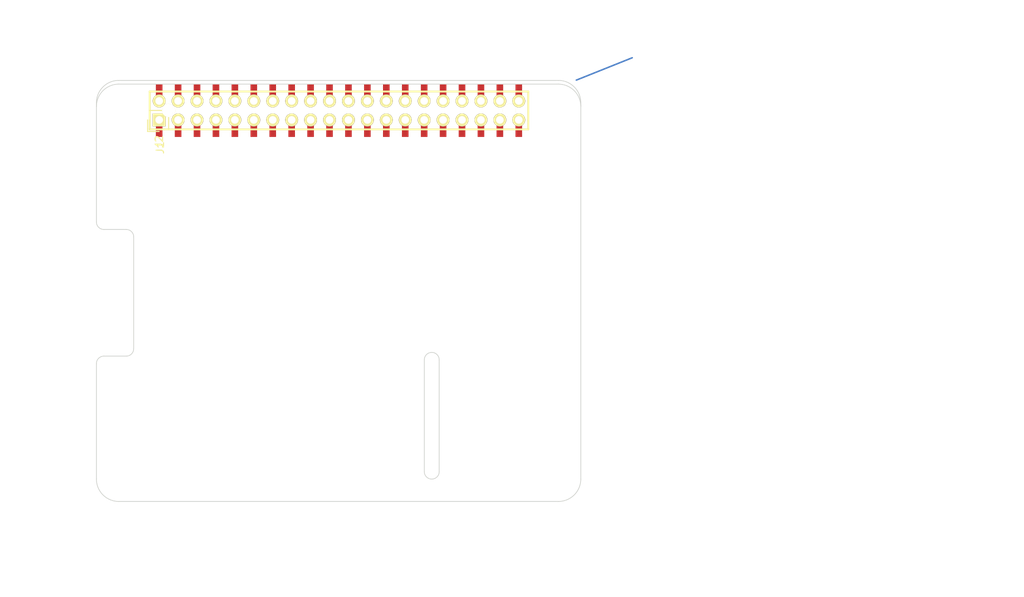
<source format=kicad_pcb>
(kicad_pcb (version 20240108) (generator "pcbnew") (generator_version "8.0")
  (layers (0 "F.Cu" signal) (31 "B.Cu" signal) (34 "B.Paste" user) (35 "F.Paste" user) (36 "B.SilkS" user "B.Silkscreen") (37 "F.SilkS" user "F.Silkscreen") (38 "B.Mask" user) (39 "F.Mask" user) (44 "Edge.Cuts" user))
  (net 0 "")
  (footprint "RPI_Hat:RPi_Hat_Mounting_Hole" (layer "F.Cu") (at 165.1 66.04)
    (property "Reference" "" (hide yes))
    (property "Value" "" (hide yes))
    (pad "" np_thru_hole circle (at 0 0) (size 2.75 2.75) (drill 2.75) (layers "*.Cu" "*.Mask") (clearance 1.725))
  )
  (footprint "RPI_Hat:RPi_Hat_Mounting_Hole" (layer "F.Cu") (at 107.1 66.04)
    (property "Reference" "" (hide yes))
    (property "Value" "" (hide yes))
    (pad "" np_thru_hole circle (at 0 0) (size 2.75 2.75) (drill 2.75) (layers "*.Cu" "*.Mask") (clearance 1.725))
  )
  (footprint "RPI_Hat:RPi_Hat_Mounting_Hole" (layer "F.Cu") (at 107.1 115.04)
    (property "Reference" "" (hide yes))
    (property "Value" "" (hide yes))
    (pad "" np_thru_hole circle (at 0 0) (size 2.75 2.75) (drill 2.75) (layers "*.Cu" "*.Mask") (clearance 1.725))
  )
  (footprint "RPI_Hat:RPi_Hat_Mounting_Hole" (layer "F.Cu") (at 165.1 115.04)
    (property "Reference" "" (hide yes))
    (property "Value" "" (hide yes))
    (pad "" np_thru_hole circle (at 0 0) (size 2.75 2.75) (drill 2.75) (layers "*.Cu" "*.Mask") (clearance 1.725))
  )
  (footprint "RPI_Hat:Samtec_HLE-120-02-XXX-DV-BE-XX-XX" (layer "F.Cu") (at 136.15 66.07 90)
    (property "Reference" "J1" (at -5 -24 90) (layer "F.SilkS"))
    (property "Value" "RPi_GPIO")
    (fp_line (start 2.54 -25.4) (end 2.54 25.4) (stroke (width 0.254)) (layer "F.SilkS"))
    (fp_line (start -2.54 -25.4) (end 2.54 -25.4) (stroke (width 0.254)) (layer "F.SilkS"))
    (fp_line (start 2.54 25.4) (end -2.54 25.4) (stroke (width 0.254)) (layer "F.SilkS"))
    (fp_line (start -2.54 25.4) (end -2.54 -25.4) (stroke (width 0.254)) (layer "F.SilkS"))
    (pad "" np_thru_hole circle (at -1.27 -24.13) (size 0.9652 0.9652) (drill 0.9652) (layers "*.Cu" "*.Mask" "F.SilkS"))
    (pad "" np_thru_hole circle (at -1.27 -21.59) (size 0.9652 0.9652) (drill 0.9652) (layers "*.Cu" "*.Mask" "F.SilkS"))
    (pad "" np_thru_hole circle (at -1.27 -19.05) (size 0.9652 0.9652) (drill 0.9652) (layers "*.Cu" "*.Mask" "F.SilkS"))
    (pad "" np_thru_hole circle (at -1.27 -16.51) (size 0.9652 0.9652) (drill 0.9652) (layers "*.Cu" "*.Mask" "F.SilkS"))
    (pad "" np_thru_hole circle (at -1.27 -13.97) (size 0.9652 0.9652) (drill 0.9652) (layers "*.Cu" "*.Mask" "F.SilkS"))
    (pad "" np_thru_hole circle (at -1.27 -11.43) (size 0.9652 0.9652) (drill 0.9652) (layers "*.Cu" "*.Mask" "F.SilkS"))
    (pad "" np_thru_hole circle (at -1.27 -8.89) (size 0.9652 0.9652) (drill 0.9652) (layers "*.Cu" "*.Mask" "F.SilkS"))
    (pad "" np_thru_hole circle (at -1.27 -6.35) (size 0.9652 0.9652) (drill 0.9652) (layers "*.Cu" "*.Mask" "F.SilkS"))
    (pad "" np_thru_hole circle (at -1.27 -3.81) (size 0.9652 0.9652) (drill 0.9652) (layers "*.Cu" "*.Mask" "F.SilkS"))
    (pad "" np_thru_hole circle (at -1.27 -1.27) (size 0.9652 0.9652) (drill 0.9652) (layers "*.Cu" "*.Mask" "F.SilkS"))
    (pad "" np_thru_hole circle (at -1.27 1.27) (size 0.9652 0.9652) (drill 0.9652) (layers "*.Cu" "*.Mask" "F.SilkS"))
    (pad "" np_thru_hole circle (at -1.27 3.81) (size 0.9652 0.9652) (drill 0.9652) (layers "*.Cu" "*.Mask" "F.SilkS"))
    (pad "" np_thru_hole circle (at -1.27 6.35) (size 0.9652 0.9652) (drill 0.9652) (layers "*.Cu" "*.Mask" "F.SilkS"))
    (pad "" np_thru_hole circle (at -1.27 8.89) (size 0.9652 0.9652) (drill 0.9652) (layers "*.Cu" "*.Mask" "F.SilkS"))
    (pad "" np_thru_hole circle (at -1.27 11.43) (size 0.9652 0.9652) (drill 0.9652) (layers "*.Cu" "*.Mask" "F.SilkS"))
    (pad "" np_thru_hole circle (at -1.27 13.97) (size 0.9652 0.9652) (drill 0.9652) (layers "*.Cu" "*.Mask" "F.SilkS"))
    (pad "" np_thru_hole circle (at -1.27 16.51) (size 0.9652 0.9652) (drill 0.9652) (layers "*.Cu" "*.Mask" "F.SilkS"))
    (pad "" np_thru_hole circle (at -1.27 19.05) (size 0.9652 0.9652) (drill 0.9652) (layers "*.Cu" "*.Mask" "F.SilkS"))
    (pad "" np_thru_hole circle (at -1.27 21.59) (size 0.9652 0.9652) (drill 0.9652) (layers "*.Cu" "*.Mask" "F.SilkS"))
    (pad "" np_thru_hole circle (at -1.27 24.13) (size 0.9652 0.9652) (drill 0.9652) (layers "*.Cu" "*.Mask" "F.SilkS"))
    (pad "" np_thru_hole circle (at 0 -22.86) (size 1.778 1.778) (drill 1.778) (layers "*.Cu" "*.Mask" "F.SilkS"))
    (pad "" np_thru_hole circle (at 0 22.86) (size 1.778 1.778) (drill 1.778) (layers "*.Cu" "*.Mask" "F.SilkS"))
    (pad "" np_thru_hole circle (at 1.27 -24.13) (size 0.9652 0.9652) (drill 0.9652) (layers "*.Cu" "*.Mask" "F.SilkS"))
    (pad "" np_thru_hole circle (at 1.27 -21.59) (size 0.9652 0.9652) (drill 0.9652) (layers "*.Cu" "*.Mask" "F.SilkS"))
    (pad "" np_thru_hole circle (at 1.27 -19.05) (size 0.9652 0.9652) (drill 0.9652) (layers "*.Cu" "*.Mask" "F.SilkS"))
    (pad "" np_thru_hole circle (at 1.27 -16.51) (size 0.9652 0.9652) (drill 0.9652) (layers "*.Cu" "*.Mask" "F.SilkS"))
    (pad "" np_thru_hole circle (at 1.27 -13.97) (size 0.9652 0.9652) (drill 0.9652) (layers "*.Cu" "*.Mask" "F.SilkS"))
    (pad "" np_thru_hole circle (at 1.27 -11.43) (size 0.9652 0.9652) (drill 0.9652) (layers "*.Cu" "*.Mask" "F.SilkS"))
    (pad "" np_thru_hole circle (at 1.27 -8.89) (size 0.9652 0.9652) (drill 0.9652) (layers "*.Cu" "*.Mask" "F.SilkS"))
    (pad "" np_thru_hole circle (at 1.27 -6.35) (size 0.9652 0.9652) (drill 0.9652) (layers "*.Cu" "*.Mask" "F.SilkS"))
    (pad "" np_thru_hole circle (at 1.27 -3.81) (size 0.9652 0.9652) (drill 0.9652) (layers "*.Cu" "*.Mask" "F.SilkS"))
    (pad "" np_thru_hole circle (at 1.27 -1.27) (size 0.9652 0.9652) (drill 0.9652) (layers "*.Cu" "*.Mask" "F.SilkS"))
    (pad "" np_thru_hole circle (at 1.27 1.27) (size 0.9652 0.9652) (drill 0.9652) (layers "*.Cu" "*.Mask" "F.SilkS"))
    (pad "" np_thru_hole circle (at 1.27 3.81) (size 0.9652 0.9652) (drill 0.9652) (layers "*.Cu" "*.Mask" "F.SilkS"))
    (pad "" np_thru_hole circle (at 1.27 6.35) (size 0.9652 0.9652) (drill 0.9652) (layers "*.Cu" "*.Mask" "F.SilkS"))
    (pad "" np_thru_hole circle (at 1.27 8.89) (size 0.9652 0.9652) (drill 0.9652) (layers "*.Cu" "*.Mask" "F.SilkS"))
    (pad "" np_thru_hole circle (at 1.27 11.43) (size 0.9652 0.9652) (drill 0.9652) (layers "*.Cu" "*.Mask" "F.SilkS"))
    (pad "" np_thru_hole circle (at 1.27 13.97) (size 0.9652 0.9652) (drill 0.9652) (layers "*.Cu" "*.Mask" "F.SilkS"))
    (pad "" np_thru_hole circle (at 1.27 16.51) (size 0.9652 0.9652) (drill 0.9652) (layers "*.Cu" "*.Mask" "F.SilkS"))
    (pad "" np_thru_hole circle (at 1.27 19.05) (size 0.9652 0.9652) (drill 0.9652) (layers "*.Cu" "*.Mask" "F.SilkS"))
    (pad "" np_thru_hole circle (at 1.27 21.59) (size 0.9652 0.9652) (drill 0.9652) (layers "*.Cu" "*.Mask" "F.SilkS"))
    (pad "" np_thru_hole circle (at 1.27 24.13) (size 0.9652 0.9652) (drill 0.9652) (layers "*.Cu" "*.Mask" "F.SilkS"))
    (pad "1" smd rect (at -2.7178 -24.13 180) (size 0.889 1.6764) (layers "F.Cu" "F.Paste" "F.Mask"))
    (pad "2" smd rect (at 2.7178 -24.13 180) (size 0.889 1.6764) (layers "F.Cu" "F.Paste" "F.Mask"))
    (pad "3" smd rect (at -2.7178 -21.59 180) (size 0.889 1.6764) (layers "F.Cu" "F.Paste" "F.Mask"))
    (pad "4" smd rect (at 2.7178 -21.59 180) (size 0.889 1.6764) (layers "F.Cu" "F.Paste" "F.Mask"))
    (pad "5" smd rect (at -2.7178 -19.05 180) (size 0.889 1.6764) (layers "F.Cu" "F.Paste" "F.Mask"))
    (pad "6" smd rect (at 2.7178 -19.05 180) (size 0.889 1.6764) (layers "F.Cu" "F.Paste" "F.Mask"))
    (pad "7" smd rect (at -2.7178 -16.51 180) (size 0.889 1.6764) (layers "F.Cu" "F.Paste" "F.Mask"))
    (pad "8" smd rect (at 2.7178 -16.51 180) (size 0.889 1.6764) (layers "F.Cu" "F.Paste" "F.Mask"))
    (pad "9" smd rect (at -2.7178 -13.97 180) (size 0.889 1.6764) (layers "F.Cu" "F.Paste" "F.Mask"))
    (pad "10" smd rect (at 2.7178 -13.97 180) (size 0.889 1.6764) (layers "F.Cu" "F.Paste" "F.Mask"))
    (pad "11" smd rect (at -2.7178 -11.43 180) (size 0.889 1.6764) (layers "F.Cu" "F.Paste" "F.Mask"))
    (pad "12" smd rect (at 2.7178 -11.43 180) (size 0.889 1.6764) (layers "F.Cu" "F.Paste" "F.Mask"))
    (pad "13" smd rect (at -2.7178 -8.89 180) (size 0.889 1.6764) (layers "F.Cu" "F.Paste" "F.Mask"))
    (pad "14" smd rect (at 2.7178 -8.89 180) (size 0.889 1.6764) (layers "F.Cu" "F.Paste" "F.Mask"))
    (pad "15" smd rect (at -2.7178 -6.35 180) (size 0.889 1.6764) (layers "F.Cu" "F.Paste" "F.Mask"))
    (pad "16" smd rect (at 2.7178 -6.35 180) (size 0.889 1.6764) (layers "F.Cu" "F.Paste" "F.Mask"))
    (pad "17" smd rect (at -2.7178 -3.81 180) (size 0.889 1.6764) (layers "F.Cu" "F.Paste" "F.Mask"))
    (pad "18" smd rect (at 2.7178 -3.81 180) (size 0.889 1.6764) (layers "F.Cu" "F.Paste" "F.Mask"))
    (pad "19" smd rect (at -2.7178 -1.27 180) (size 0.889 1.6764) (layers "F.Cu" "F.Paste" "F.Mask"))
    (pad "20" smd rect (at 2.7178 -1.27 180) (size 0.889 1.6764) (layers "F.Cu" "F.Paste" "F.Mask"))
    (pad "21" smd rect (at -2.7178 1.27 180) (size 0.889 1.6764) (layers "F.Cu" "F.Paste" "F.Mask"))
    (pad "22" smd rect (at 2.7178 1.27 180) (size 0.889 1.6764) (layers "F.Cu" "F.Paste" "F.Mask"))
    (pad "23" smd rect (at -2.7178 3.81 180) (size 0.889 1.6764) (layers "F.Cu" "F.Paste" "F.Mask"))
    (pad "24" smd rect (at 2.7178 3.81 180) (size 0.889 1.6764) (layers "F.Cu" "F.Paste" "F.Mask"))
    (pad "25" smd rect (at -2.7178 6.35 180) (size 0.889 1.6764) (layers "F.Cu" "F.Paste" "F.Mask"))
    (pad "26" smd rect (at 2.7178 6.35 180) (size 0.889 1.6764) (layers "F.Cu" "F.Paste" "F.Mask"))
    (pad "27" smd rect (at -2.7178 8.89 180) (size 0.889 1.6764) (layers "F.Cu" "F.Paste" "F.Mask"))
    (pad "28" smd rect (at 2.7178 8.89 180) (size 0.889 1.6764) (layers "F.Cu" "F.Paste" "F.Mask"))
    (pad "29" smd rect (at -2.7178 11.43 180) (size 0.889 1.6764) (layers "F.Cu" "F.Paste" "F.Mask"))
    (pad "30" smd rect (at 2.7178 11.43 180) (size 0.889 1.6764) (layers "F.Cu" "F.Paste" "F.Mask"))
    (pad "31" smd rect (at -2.7178 13.97 180) (size 0.889 1.6764) (layers "F.Cu" "F.Paste" "F.Mask"))
    (pad "32" smd rect (at 2.7178 13.97 180) (size 0.889 1.6764) (layers "F.Cu" "F.Paste" "F.Mask"))
    (pad "33" smd rect (at -2.7178 16.51 180) (size 0.889 1.6764) (layers "F.Cu" "F.Paste" "F.Mask"))
    (pad "34" smd rect (at 2.7178 16.51 180) (size 0.889 1.6764) (layers "F.Cu" "F.Paste" "F.Mask"))
    (pad "35" smd rect (at -2.7178 19.05 180) (size 0.889 1.6764) (layers "F.Cu" "F.Paste" "F.Mask"))
    (pad "36" smd rect (at 2.7178 19.05 180) (size 0.889 1.6764) (layers "F.Cu" "F.Paste" "F.Mask"))
    (pad "37" smd rect (at -2.7178 21.59 180) (size 0.889 1.6764) (layers "F.Cu" "F.Paste" "F.Mask"))
    (pad "38" smd rect (at 2.7178 21.59 180) (size 0.889 1.6764) (layers "F.Cu" "F.Paste" "F.Mask"))
    (pad "39" smd rect (at -2.7178 24.13 180) (size 0.889 1.6764) (layers "F.Cu" "F.Paste" "F.Mask"))
    (pad "40" smd rect (at 2.7178 24.13 180) (size 0.889 1.6764) (layers "F.Cu" "F.Paste" "F.Mask"))
  )
  (footprint "RPI_Hat:Pin_Header_Straight_2x20" (layer "F.Cu") (at 136.15 66.07 90)
    (property "Reference" "J2" (at -4.191 -24.13 -90) (layer "F.SilkS"))
    (property "Value" "RPi_GPIO")
    (fp_line (start -1.27 -25.68) (end -2.82 -25.68) (stroke (width 0.15)) (layer "F.SilkS"))
    (fp_line (start -2.82 -25.68) (end -2.82 -24.13) (stroke (width 0.15)) (layer "F.SilkS"))
    (fp_line (start 2.54 -25.4) (end 0 -25.4) (stroke (width 0.15)) (layer "F.SilkS"))
    (fp_line (start 0 -25.4) (end 0 -22.86) (stroke (width 0.15)) (layer "F.SilkS"))
    (fp_line (start 0 -22.86) (end -2.54 -22.86) (stroke (width 0.15)) (layer "F.SilkS"))
    (fp_line (start -2.54 -22.86) (end -2.54 25.4) (stroke (width 0.15)) (layer "F.SilkS"))
    (fp_line (start 2.54 25.4) (end 2.54 -25.4) (stroke (width 0.15)) (layer "F.SilkS"))
    (fp_line (start 2.54 25.4) (end -2.54 25.4) (stroke (width 0.15)) (layer "F.SilkS"))
    (pad "1" thru_hole rect (at -1.27 -24.13 90) (size 1.7272 1.7272) (drill 1.016) (layers "*.Cu" "*.Mask" "F.SilkS"))
    (pad "2" thru_hole oval (at 1.27 -24.13 90) (size 1.7272 1.7272) (drill 1.016) (layers "*.Cu" "*.Mask" "F.SilkS"))
    (pad "3" thru_hole oval (at -1.27 -21.59 90) (size 1.7272 1.7272) (drill 1.016) (layers "*.Cu" "*.Mask" "F.SilkS"))
    (pad "4" thru_hole oval (at 1.27 -21.59 90) (size 1.7272 1.7272) (drill 1.016) (layers "*.Cu" "*.Mask" "F.SilkS"))
    (pad "5" thru_hole oval (at -1.27 -19.05 90) (size 1.7272 1.7272) (drill 1.016) (layers "*.Cu" "*.Mask" "F.SilkS"))
    (pad "6" thru_hole oval (at 1.27 -19.05 90) (size 1.7272 1.7272) (drill 1.016) (layers "*.Cu" "*.Mask" "F.SilkS"))
    (pad "7" thru_hole oval (at -1.27 -16.51 90) (size 1.7272 1.7272) (drill 1.016) (layers "*.Cu" "*.Mask" "F.SilkS"))
    (pad "8" thru_hole oval (at 1.27 -16.51 90) (size 1.7272 1.7272) (drill 1.016) (layers "*.Cu" "*.Mask" "F.SilkS"))
    (pad "9" thru_hole oval (at -1.27 -13.97 90) (size 1.7272 1.7272) (drill 1.016) (layers "*.Cu" "*.Mask" "F.SilkS"))
    (pad "10" thru_hole oval (at 1.27 -13.97 90) (size 1.7272 1.7272) (drill 1.016) (layers "*.Cu" "*.Mask" "F.SilkS"))
    (pad "11" thru_hole oval (at -1.27 -11.43 90) (size 1.7272 1.7272) (drill 1.016) (layers "*.Cu" "*.Mask" "F.SilkS"))
    (pad "12" thru_hole oval (at 1.27 -11.43 90) (size 1.7272 1.7272) (drill 1.016) (layers "*.Cu" "*.Mask" "F.SilkS"))
    (pad "13" thru_hole oval (at -1.27 -8.89 90) (size 1.7272 1.7272) (drill 1.016) (layers "*.Cu" "*.Mask" "F.SilkS"))
    (pad "14" thru_hole oval (at 1.27 -8.89 90) (size 1.7272 1.7272) (drill 1.016) (layers "*.Cu" "*.Mask" "F.SilkS"))
    (pad "15" thru_hole oval (at -1.27 -6.35 90) (size 1.7272 1.7272) (drill 1.016) (layers "*.Cu" "*.Mask" "F.SilkS"))
    (pad "16" thru_hole oval (at 1.27 -6.35 90) (size 1.7272 1.7272) (drill 1.016) (layers "*.Cu" "*.Mask" "F.SilkS"))
    (pad "17" thru_hole oval (at -1.27 -3.81 90) (size 1.7272 1.7272) (drill 1.016) (layers "*.Cu" "*.Mask" "F.SilkS"))
    (pad "18" thru_hole oval (at 1.27 -3.81 90) (size 1.7272 1.7272) (drill 1.016) (layers "*.Cu" "*.Mask" "F.SilkS"))
    (pad "19" thru_hole oval (at -1.27 -1.27 90) (size 1.7272 1.7272) (drill 1.016) (layers "*.Cu" "*.Mask" "F.SilkS"))
    (pad "20" thru_hole oval (at 1.27 -1.27 90) (size 1.7272 1.7272) (drill 1.016) (layers "*.Cu" "*.Mask" "F.SilkS"))
    (pad "21" thru_hole oval (at -1.27 1.27 90) (size 1.7272 1.7272) (drill 1.016) (layers "*.Cu" "*.Mask" "F.SilkS"))
    (pad "22" thru_hole oval (at 1.27 1.27 90) (size 1.7272 1.7272) (drill 1.016) (layers "*.Cu" "*.Mask" "F.SilkS"))
    (pad "23" thru_hole oval (at -1.27 3.81 90) (size 1.7272 1.7272) (drill 1.016) (layers "*.Cu" "*.Mask" "F.SilkS"))
    (pad "24" thru_hole oval (at 1.27 3.81 90) (size 1.7272 1.7272) (drill 1.016) (layers "*.Cu" "*.Mask" "F.SilkS"))
    (pad "25" thru_hole oval (at -1.27 6.35 90) (size 1.7272 1.7272) (drill 1.016) (layers "*.Cu" "*.Mask" "F.SilkS"))
    (pad "26" thru_hole oval (at 1.27 6.35 90) (size 1.7272 1.7272) (drill 1.016) (layers "*.Cu" "*.Mask" "F.SilkS"))
    (pad "27" thru_hole oval (at -1.27 8.89 90) (size 1.7272 1.7272) (drill 1.016) (layers "*.Cu" "*.Mask" "F.SilkS"))
    (pad "28" thru_hole oval (at 1.27 8.89 90) (size 1.7272 1.7272) (drill 1.016) (layers "*.Cu" "*.Mask" "F.SilkS"))
    (pad "29" thru_hole oval (at -1.27 11.43 90) (size 1.7272 1.7272) (drill 1.016) (layers "*.Cu" "*.Mask" "F.SilkS"))
    (pad "30" thru_hole oval (at 1.27 11.43 90) (size 1.7272 1.7272) (drill 1.016) (layers "*.Cu" "*.Mask" "F.SilkS"))
    (pad "31" thru_hole oval (at -1.27 13.97 90) (size 1.7272 1.7272) (drill 1.016) (layers "*.Cu" "*.Mask" "F.SilkS"))
    (pad "32" thru_hole oval (at 1.27 13.97 90) (size 1.7272 1.7272) (drill 1.016) (layers "*.Cu" "*.Mask" "F.SilkS"))
    (pad "33" thru_hole oval (at -1.27 16.51 90) (size 1.7272 1.7272) (drill 1.016) (layers "*.Cu" "*.Mask" "F.SilkS"))
    (pad "34" thru_hole oval (at 1.27 16.51 90) (size 1.7272 1.7272) (drill 1.016) (layers "*.Cu" "*.Mask" "F.SilkS"))
    (pad "35" thru_hole oval (at -1.27 19.05 90) (size 1.7272 1.7272) (drill 1.016) (layers "*.Cu" "*.Mask" "F.SilkS"))
    (pad "36" thru_hole oval (at 1.27 19.05 90) (size 1.7272 1.7272) (drill 1.016) (layers "*.Cu" "*.Mask" "F.SilkS"))
    (pad "37" thru_hole oval (at -1.27 21.59 90) (size 1.7272 1.7272) (drill 1.016) (layers "*.Cu" "*.Mask" "F.SilkS"))
    (pad "38" thru_hole oval (at 1.27 21.59 90) (size 1.7272 1.7272) (drill 1.016) (layers "*.Cu" "*.Mask" "F.SilkS"))
    (pad "39" thru_hole oval (at -1.27 24.13 90) (size 1.7272 1.7272) (drill 1.016) (layers "*.Cu" "*.Mask" "F.SilkS"))
    (pad "40" thru_hole oval (at 1.27 24.13 90) (size 1.7272 1.7272) (drill 1.016) (layers "*.Cu" "*.Mask" "F.SilkS"))
  )
  (gr_line (start 175.5 59) (end 168 62) (stroke (width 0.2)) (layer "B.Cu"))
  (gr_arc (start 165.6 62.04) (mid 167.72132 62.91868) (end 168.6 65.04) (stroke (width 0.1)) (layer "Edge.Cuts"))
  (gr_arc (start 103.6 65.04) (mid 104.47868 62.91868) (end 106.6 62.04) (stroke (width 0.1)) (layer "Edge.Cuts"))
  (gr_arc (start 106.6 118.54) (mid 104.47868 117.66132) (end 103.6 115.54) (stroke (width 0.1)) (layer "Edge.Cuts"))
  (gr_arc (start 168.6 115.54) (mid 167.72132 117.66132) (end 165.6 118.54) (stroke (width 0.1)) (layer "Edge.Cuts"))
  (gr_arc (start 104.6 82.04) (mid 103.892893 81.747107) (end 103.6 81.04) (stroke (width 0.1)) (layer "Edge.Cuts"))
  (gr_arc (start 107.6 82.04) (mid 108.307107 82.332893) (end 108.6 83.04) (stroke (width 0.1)) (layer "Edge.Cuts"))
  (gr_arc (start 108.6 98.04) (mid 108.307107 98.747107) (end 107.6 99.04) (stroke (width 0.1)) (layer "Edge.Cuts"))
  (gr_arc (start 103.6 100.04) (mid 103.892893 99.332893) (end 104.6 99.04) (stroke (width 0.1)) (layer "Edge.Cuts"))
  (gr_line (start 149.6 99.54) (end 149.6 114.54) (stroke (width 0.1)) (layer "Edge.Cuts"))
  (gr_arc (start 149.6 114.54) (mid 148.6 115.54) (end 147.6 114.54) (stroke (width 0.1)) (layer "Edge.Cuts"))
  (gr_arc (start 103.6 65.54) (mid 104.47868 63.41868) (end 106.6 62.54) (stroke (width 0.1)) (layer "Edge.Cuts"))
  (gr_line (start 106.6 62.54) (end 165.6 62.54) (stroke (width 0.1)) (layer "Edge.Cuts"))
  (gr_arc (start 165.6 62.54) (mid 167.72132 63.41868) (end 168.6 65.54) (stroke (width 0.1)) (layer "Edge.Cuts"))
  (gr_line (start 103.6 65.04) (end 103.6 81.04) (stroke (width 0.1)) (layer "Edge.Cuts"))
  (gr_line (start 106.6 118.54) (end 165.6 118.54) (stroke (width 0.1)) (layer "Edge.Cuts"))
  (gr_line (start 104.6 99.04) (end 107.6 99.04) (stroke (width 0.1)) (layer "Edge.Cuts"))
  (gr_line (start 108.6 83.04) (end 108.6 98.04) (stroke (width 0.1)) (layer "Edge.Cuts"))
  (gr_line (start 168.6 65.04) (end 168.6 115.54) (stroke (width 0.1)) (layer "Edge.Cuts"))
  (gr_line (start 104.6 82.04) (end 107.6 82.04) (stroke (width 0.1)) (layer "Edge.Cuts"))
  (gr_arc (start 147.6 99.54) (mid 148.6 98.54) (end 149.6 99.54) (stroke (width 0.1)) (layer "Edge.Cuts"))
  (gr_line (start 147.6 99.54) (end 147.6 114.54) (stroke (width 0.1)) (layer "Edge.Cuts"))
  (gr_line (start 106.6 62.04) (end 165.6 62.04) (stroke (width 0.1)) (layer "Edge.Cuts"))
  (gr_line (start 103.6 100.04) (end 103.6 115.54) (stroke (width 0.1)) (layer "Edge.Cuts"))
)
</source>
